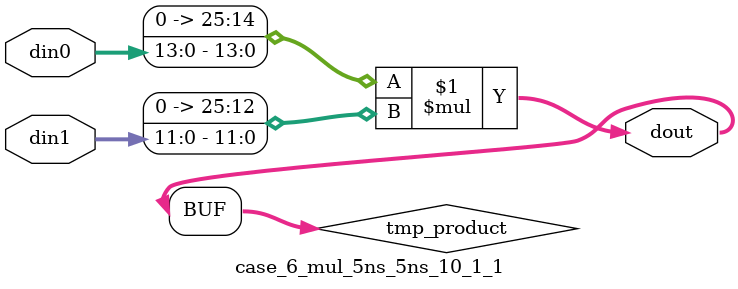
<source format=v>

`timescale 1 ns / 1 ps

 (* use_dsp = "no" *)  module case_6_mul_5ns_5ns_10_1_1(din0, din1, dout);
parameter ID = 1;
parameter NUM_STAGE = 0;
parameter din0_WIDTH = 14;
parameter din1_WIDTH = 12;
parameter dout_WIDTH = 26;

input [din0_WIDTH - 1 : 0] din0; 
input [din1_WIDTH - 1 : 0] din1; 
output [dout_WIDTH - 1 : 0] dout;

wire signed [dout_WIDTH - 1 : 0] tmp_product;
























assign tmp_product = $signed({1'b0, din0}) * $signed({1'b0, din1});











assign dout = tmp_product;





















endmodule

</source>
